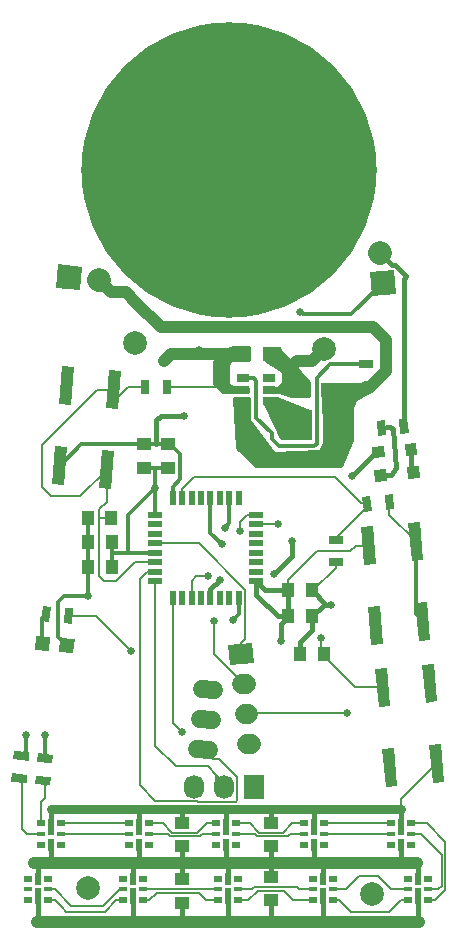
<source format=gtl>
G04 #@! TF.FileFunction,Copper,L1,Top,Signal*
%FSLAX46Y46*%
G04 Gerber Fmt 4.6, Leading zero omitted, Abs format (unit mm)*
G04 Created by KiCad (PCBNEW 4.0.2-stable) date Thursday, February 23, 2017 'PMt' 11:52:06 PM*
%MOMM*%
G01*
G04 APERTURE LIST*
%ADD10C,0.100000*%
%ADD11R,1.250000X1.000000*%
%ADD12C,1.501140*%
%ADD13C,2.000000*%
%ADD14R,1.000000X1.250000*%
%ADD15R,1.500000X1.250000*%
%ADD16C,2.032000*%
%ADD17R,2.500000X2.500000*%
%ADD18C,1.727200*%
%ADD19R,0.700000X1.300000*%
%ADD20R,1.300000X0.700000*%
%ADD21R,1.200000X0.600000*%
%ADD22R,0.600000X1.200000*%
%ADD23R,1.060000X0.650000*%
%ADD24R,1.727200X2.032000*%
%ADD25O,1.727200X2.032000*%
%ADD26C,25.000000*%
%ADD27R,0.800000X0.500000*%
%ADD28R,0.800000X0.300000*%
%ADD29R,0.500000X1.000000*%
%ADD30R,0.500000X1.480000*%
%ADD31C,0.680000*%
%ADD32C,0.793750*%
%ADD33C,0.400000*%
%ADD34C,1.016000*%
%ADD35C,0.152400*%
%ADD36C,0.304800*%
%ADD37C,0.254000*%
G04 APERTURE END LIST*
D10*
D11*
X79850000Y-105200000D03*
X79850000Y-103200000D03*
D12*
X83497211Y-126573835D02*
X82502789Y-126486835D01*
X83275835Y-129104170D02*
X82281413Y-129017170D01*
X83718587Y-124043500D02*
X82724165Y-123956500D01*
D13*
X93004133Y-95187141D03*
X97039880Y-141315937D03*
D14*
X93000000Y-121000000D03*
X91000000Y-121000000D03*
X75000000Y-109500000D03*
X73000000Y-109500000D03*
X75050000Y-113600000D03*
X73050000Y-113600000D03*
D11*
X77750000Y-105200000D03*
X77750000Y-103200000D03*
D14*
X75050000Y-111500000D03*
X73050000Y-111500000D03*
D15*
X93550000Y-98600000D03*
X91050000Y-98600000D03*
X86100000Y-95600000D03*
X88600000Y-95600000D03*
D10*
G36*
X68509849Y-120617071D02*
X68614339Y-119422753D01*
X69808657Y-119527243D01*
X69704167Y-120721561D01*
X68509849Y-120617071D01*
X68509849Y-120617071D01*
G37*
G36*
X70599905Y-120799927D02*
X70704395Y-119605609D01*
X71898713Y-119710099D01*
X71794223Y-120904417D01*
X70599905Y-120799927D01*
X70599905Y-120799927D01*
G37*
G36*
X100844302Y-103100567D02*
X100931458Y-104096761D01*
X99935264Y-104183917D01*
X99848108Y-103187723D01*
X100844302Y-103100567D01*
X100844302Y-103100567D01*
G37*
G36*
X98054956Y-103344603D02*
X98142112Y-104340797D01*
X97145918Y-104427953D01*
X97058762Y-103431759D01*
X98054956Y-103344603D01*
X98054956Y-103344603D01*
G37*
G36*
X97320230Y-106420343D02*
X97233074Y-105424149D01*
X98229268Y-105336993D01*
X98316424Y-106333187D01*
X97320230Y-106420343D01*
X97320230Y-106420343D01*
G37*
G36*
X100109576Y-106176307D02*
X100022420Y-105180113D01*
X101018614Y-105092957D01*
X101105770Y-106089151D01*
X100109576Y-106176307D01*
X100109576Y-106176307D01*
G37*
G36*
X70299316Y-90023584D02*
X70476416Y-87999316D01*
X72500684Y-88176416D01*
X72323584Y-90200684D01*
X70299316Y-90023584D01*
X70299316Y-90023584D01*
G37*
D16*
X73930335Y-89321376D02*
X73930335Y-89321376D01*
D17*
X94200000Y-101600000D03*
X90700000Y-101600000D03*
D10*
G36*
X86936866Y-120051136D02*
X87087402Y-121771764D01*
X85063134Y-121948864D01*
X84912598Y-120228236D01*
X86936866Y-120051136D01*
X86936866Y-120051136D01*
G37*
D18*
X86373196Y-123517052D02*
X86069556Y-123543618D01*
X86594571Y-126047386D02*
X86290931Y-126073952D01*
X86815947Y-128577721D02*
X86512307Y-128604287D01*
D10*
G36*
X97076416Y-90640684D02*
X96899316Y-88616416D01*
X98923584Y-88439316D01*
X99100684Y-90463584D01*
X97076416Y-90640684D01*
X97076416Y-90640684D01*
G37*
D16*
X97778624Y-87009665D02*
X97778624Y-87009665D01*
D10*
G36*
X98838402Y-107439171D02*
X98951704Y-108734224D01*
X98254368Y-108795233D01*
X98141066Y-107500180D01*
X98838402Y-107439171D01*
X98838402Y-107439171D01*
G37*
G36*
X96945632Y-107604767D02*
X97058934Y-108899820D01*
X96361598Y-108960829D01*
X96248296Y-107665776D01*
X96945632Y-107604767D01*
X96945632Y-107604767D01*
G37*
D19*
X77850000Y-98400000D03*
X79750000Y-98400000D03*
D10*
G36*
X69071686Y-118193375D02*
X69184988Y-116898322D01*
X69882324Y-116959331D01*
X69769022Y-118254384D01*
X69071686Y-118193375D01*
X69071686Y-118193375D01*
G37*
G36*
X70964456Y-118358971D02*
X71077758Y-117063918D01*
X71775094Y-117124927D01*
X71661792Y-118419980D01*
X70964456Y-118358971D01*
X70964456Y-118358971D01*
G37*
G36*
X100059201Y-101011042D02*
X100172503Y-102306095D01*
X99475167Y-102367104D01*
X99361865Y-101072051D01*
X100059201Y-101011042D01*
X100059201Y-101011042D01*
G37*
G36*
X98166431Y-101176638D02*
X98279733Y-102471691D01*
X97582397Y-102532700D01*
X97469095Y-101237647D01*
X98166431Y-101176638D01*
X98166431Y-101176638D01*
G37*
D20*
X96600000Y-98350000D03*
X96600000Y-96450000D03*
D21*
X78750000Y-109200000D03*
X78750000Y-110000000D03*
X78750000Y-110800000D03*
X78750000Y-111600000D03*
X78750000Y-112400000D03*
X78750000Y-113200000D03*
X78750000Y-114000000D03*
X78750000Y-114800000D03*
D22*
X80200000Y-116250000D03*
X81000000Y-116250000D03*
X81800000Y-116250000D03*
X82600000Y-116250000D03*
X83400000Y-116250000D03*
X84200000Y-116250000D03*
X85000000Y-116250000D03*
X85800000Y-116250000D03*
D21*
X87250000Y-114800000D03*
X87250000Y-114000000D03*
X87250000Y-113200000D03*
X87250000Y-112400000D03*
X87250000Y-111600000D03*
X87250000Y-110800000D03*
X87250000Y-110000000D03*
X87250000Y-109200000D03*
D22*
X85800000Y-107750000D03*
X85000000Y-107750000D03*
X84200000Y-107750000D03*
X83400000Y-107750000D03*
X82600000Y-107750000D03*
X81800000Y-107750000D03*
X81000000Y-107750000D03*
X80200000Y-107750000D03*
D23*
X88400000Y-99550000D03*
X88400000Y-98600000D03*
X88400000Y-97650000D03*
X86200000Y-97650000D03*
X86200000Y-99550000D03*
X86200000Y-98600000D03*
D24*
X87080000Y-132200000D03*
D25*
X84540000Y-132200000D03*
X82000000Y-132200000D03*
D14*
X90000000Y-115600000D03*
X92000000Y-115600000D03*
X90000000Y-117800000D03*
X92000000Y-117800000D03*
D11*
X81000000Y-140050000D03*
X81000000Y-142050000D03*
X88500000Y-139850000D03*
X88500000Y-141850000D03*
X81000000Y-137250000D03*
X81000000Y-135250000D03*
D20*
X94000000Y-111300000D03*
X94000000Y-113200000D03*
D13*
X73000000Y-140812859D03*
X77035747Y-94684063D03*
D26*
X85000000Y-80000000D03*
D10*
G36*
X69851426Y-132098089D02*
X68556373Y-131984787D01*
X68617382Y-131287451D01*
X69912435Y-131400753D01*
X69851426Y-132098089D01*
X69851426Y-132098089D01*
G37*
G36*
X70017022Y-130205319D02*
X68721969Y-130092017D01*
X68782978Y-129394681D01*
X70078031Y-129507983D01*
X70017022Y-130205319D01*
X70017022Y-130205319D01*
G37*
G36*
X67851426Y-131898089D02*
X66556373Y-131784787D01*
X66617382Y-131087451D01*
X67912435Y-131200753D01*
X67851426Y-131898089D01*
X67851426Y-131898089D01*
G37*
G36*
X68017022Y-130005319D02*
X66721969Y-129892017D01*
X66782978Y-129194681D01*
X68078031Y-129307983D01*
X68017022Y-130005319D01*
X68017022Y-130005319D01*
G37*
G36*
X101939891Y-128675166D02*
X102936086Y-128588011D01*
X103214985Y-131775834D01*
X102218790Y-131862989D01*
X101939891Y-128675166D01*
X101939891Y-128675166D01*
G37*
G36*
X101347232Y-121901043D02*
X102343427Y-121813888D01*
X102622326Y-125001711D01*
X101626131Y-125088866D01*
X101347232Y-121901043D01*
X101347232Y-121901043D01*
G37*
G36*
X97362453Y-122249666D02*
X98358648Y-122162511D01*
X98637547Y-125350334D01*
X97641352Y-125437489D01*
X97362453Y-122249666D01*
X97362453Y-122249666D01*
G37*
G36*
X97955112Y-129023789D02*
X98951307Y-128936634D01*
X99230206Y-132124457D01*
X98234011Y-132211612D01*
X97955112Y-129023789D01*
X97955112Y-129023789D01*
G37*
G36*
X97437547Y-113350334D02*
X96441352Y-113437489D01*
X96162453Y-110249666D01*
X97158648Y-110162511D01*
X97437547Y-113350334D01*
X97437547Y-113350334D01*
G37*
G36*
X98030206Y-120124457D02*
X97034011Y-120211612D01*
X96755112Y-117023789D01*
X97751307Y-116936634D01*
X98030206Y-120124457D01*
X98030206Y-120124457D01*
G37*
G36*
X102014985Y-119775834D02*
X101018790Y-119862989D01*
X100739891Y-116675166D01*
X101736086Y-116588011D01*
X102014985Y-119775834D01*
X102014985Y-119775834D01*
G37*
G36*
X101422326Y-113001711D02*
X100426131Y-113088866D01*
X100147232Y-109901043D01*
X101143427Y-109813888D01*
X101422326Y-113001711D01*
X101422326Y-113001711D01*
G37*
G36*
X74248693Y-103736634D02*
X75244888Y-103823789D01*
X74965989Y-107011612D01*
X73969794Y-106924457D01*
X74248693Y-103736634D01*
X74248693Y-103736634D01*
G37*
G36*
X74841352Y-96962511D02*
X75837547Y-97049666D01*
X75558648Y-100237489D01*
X74562453Y-100150334D01*
X74841352Y-96962511D01*
X74841352Y-96962511D01*
G37*
G36*
X70856573Y-96613888D02*
X71852768Y-96701043D01*
X71573869Y-99888866D01*
X70577674Y-99801711D01*
X70856573Y-96613888D01*
X70856573Y-96613888D01*
G37*
G36*
X70263914Y-103388011D02*
X71260109Y-103475166D01*
X70981210Y-106662989D01*
X69985015Y-106575834D01*
X70263914Y-103388011D01*
X70263914Y-103388011D01*
G37*
D27*
X83901110Y-137130000D03*
D28*
X83901110Y-136230000D03*
X85601110Y-136230000D03*
D27*
X83901110Y-135330000D03*
X85601110Y-135330000D03*
X85601110Y-137130000D03*
D29*
X84751110Y-137130000D03*
D30*
X84751110Y-135640000D03*
D27*
X69650000Y-140000000D03*
D28*
X69650000Y-140900000D03*
X67950000Y-140900000D03*
D27*
X69650000Y-141800000D03*
X67950000Y-141800000D03*
X67950000Y-140000000D03*
D29*
X68800000Y-140000000D03*
D30*
X68800000Y-141490000D03*
D27*
X98712220Y-137130000D03*
D28*
X98712220Y-136230000D03*
X100412220Y-136230000D03*
D27*
X98712220Y-135330000D03*
X100412220Y-135330000D03*
X100412220Y-137130000D03*
D29*
X99562220Y-137130000D03*
D30*
X99562220Y-135640000D03*
D27*
X77687500Y-140000000D03*
D28*
X77687500Y-140900000D03*
X75987500Y-140900000D03*
D27*
X77687500Y-141800000D03*
X75987500Y-141800000D03*
X75987500Y-140000000D03*
D29*
X76837500Y-140000000D03*
D30*
X76837500Y-141490000D03*
D27*
X91306665Y-137130000D03*
D28*
X91306665Y-136230000D03*
X93006665Y-136230000D03*
D27*
X91306665Y-135330000D03*
X93006665Y-135330000D03*
X93006665Y-137130000D03*
D29*
X92156665Y-137130000D03*
D30*
X92156665Y-135640000D03*
D27*
X85725000Y-140000000D03*
D28*
X85725000Y-140900000D03*
X84025000Y-140900000D03*
D27*
X85725000Y-141800000D03*
X84025000Y-141800000D03*
X84025000Y-140000000D03*
D29*
X84875000Y-140000000D03*
D30*
X84875000Y-141490000D03*
D27*
X93762500Y-140000000D03*
D28*
X93762500Y-140900000D03*
X92062500Y-140900000D03*
D27*
X93762500Y-141800000D03*
X92062500Y-141800000D03*
X92062500Y-140000000D03*
D29*
X92912500Y-140000000D03*
D30*
X92912500Y-141490000D03*
D27*
X76495555Y-137130000D03*
D28*
X76495555Y-136230000D03*
X78195555Y-136230000D03*
D27*
X76495555Y-135330000D03*
X78195555Y-135330000D03*
X78195555Y-137130000D03*
D29*
X77345555Y-137130000D03*
D30*
X77345555Y-135640000D03*
D27*
X101800000Y-140000000D03*
D28*
X101800000Y-140900000D03*
X100100000Y-140900000D03*
D27*
X101800000Y-141800000D03*
X100100000Y-141800000D03*
X100100000Y-140000000D03*
D29*
X100950000Y-140000000D03*
D30*
X100950000Y-141490000D03*
D27*
X69090000Y-137130000D03*
D28*
X69090000Y-136230000D03*
X70790000Y-136230000D03*
D27*
X69090000Y-135330000D03*
X70790000Y-135330000D03*
X70790000Y-137130000D03*
D29*
X69940000Y-137130000D03*
D30*
X69940000Y-135640000D03*
D11*
X88500000Y-137250000D03*
X88500000Y-135250000D03*
D31*
X98800000Y-143700000D03*
X93900000Y-134100000D03*
X73000000Y-116100000D03*
X85300000Y-118100000D03*
X81200000Y-100800000D03*
X93600000Y-116800000D03*
X92800000Y-119600000D03*
X89400000Y-119900000D03*
X78750000Y-106900000D03*
X79500000Y-96200000D03*
X80400000Y-138700000D03*
X82400000Y-95200000D03*
X91000000Y-92000000D03*
X84200000Y-114700000D03*
X88800000Y-114200000D03*
X90300000Y-111400000D03*
X95400000Y-105900000D03*
X85900000Y-110600000D03*
X83700000Y-118200000D03*
X95000000Y-126000000D03*
X89100000Y-110000000D03*
X83200000Y-114400000D03*
X76700000Y-120700000D03*
X69400000Y-127800000D03*
X84400000Y-111700000D03*
X67800000Y-127800000D03*
X84600000Y-110300000D03*
X81000000Y-127600000D03*
D32*
X92200000Y-134100000D02*
X88500000Y-134100000D01*
X88500000Y-134100000D02*
X84700000Y-134100000D01*
D33*
X88500000Y-135250000D02*
X88500000Y-134100000D01*
D34*
X84800000Y-143700000D02*
X81000000Y-143700000D01*
X81000000Y-143700000D02*
X76800000Y-143700000D01*
D33*
X81000000Y-142050000D02*
X81000000Y-142950000D01*
X81000000Y-142950000D02*
X81000000Y-143700000D01*
D34*
X92900000Y-143700000D02*
X88400000Y-143700000D01*
X88400000Y-143700000D02*
X84800000Y-143700000D01*
D33*
X88500000Y-141850000D02*
X88500000Y-143600000D01*
X88500000Y-143600000D02*
X88400000Y-143700000D01*
D32*
X84700000Y-134100000D02*
X81050000Y-134100000D01*
X81050000Y-134100000D02*
X77400000Y-134100000D01*
D33*
X81000000Y-135250000D02*
X81000000Y-134150000D01*
X81000000Y-134150000D02*
X81050000Y-134100000D01*
X101100000Y-143700000D02*
X100950000Y-143550000D01*
X100950000Y-143550000D02*
X100950000Y-141490000D01*
D34*
X99280832Y-143700000D02*
X101100000Y-143700000D01*
X98800000Y-143700000D02*
X99280832Y-143700000D01*
X76800000Y-143700000D02*
X68700000Y-143700000D01*
D33*
X76800000Y-143700000D02*
X76837500Y-143662500D01*
X76837500Y-143662500D02*
X76837500Y-141490000D01*
X84800000Y-143700000D02*
X84875000Y-143625000D01*
X84875000Y-143625000D02*
X84875000Y-141490000D01*
D34*
X98800000Y-143700000D02*
X92900000Y-143700000D01*
D33*
X92912500Y-141490000D02*
X92912500Y-142630000D01*
X92912500Y-142630000D02*
X92900000Y-142642500D01*
X92900000Y-142642500D02*
X92900000Y-143700000D01*
X68700000Y-143700000D02*
X68800000Y-143600000D01*
X68800000Y-143600000D02*
X68800000Y-141490000D01*
D32*
X99562220Y-134100000D02*
X93900000Y-134100000D01*
X93900000Y-134100000D02*
X92200000Y-134100000D01*
D33*
X99562220Y-134100000D02*
X99562220Y-135640000D01*
X92156665Y-134143335D02*
X92156665Y-135640000D01*
X92200000Y-134100000D02*
X92156665Y-134143335D01*
X84700000Y-134100000D02*
X84751110Y-134151110D01*
X84751110Y-134151110D02*
X84751110Y-135640000D01*
D32*
X77400000Y-134100000D02*
X69900000Y-134100000D01*
D33*
X77400000Y-134100000D02*
X77345555Y-134154445D01*
X77345555Y-134154445D02*
X77345555Y-135640000D01*
X69900000Y-134100000D02*
X69940000Y-134140000D01*
X69940000Y-134140000D02*
X69940000Y-135640000D01*
D35*
X99562220Y-133240718D02*
X99562220Y-134100000D01*
X102577438Y-130225500D02*
X99562220Y-133240718D01*
D36*
X85300000Y-118100000D02*
X85800000Y-117600000D01*
X85800000Y-117600000D02*
X85800000Y-116250000D01*
X73000000Y-109500000D02*
X73000000Y-111450000D01*
X73000000Y-111450000D02*
X73050000Y-111500000D01*
D33*
X100000000Y-89017348D02*
X99767184Y-89250164D01*
X99767184Y-89250164D02*
X99767184Y-101689073D01*
X97778624Y-87009665D02*
X98794623Y-88025664D01*
X99008316Y-88025664D02*
X100000000Y-89017348D01*
X98794623Y-88025664D02*
X99008316Y-88025664D01*
D36*
X70500000Y-116600000D02*
X71000000Y-116100000D01*
X71000000Y-116100000D02*
X73000000Y-116100000D01*
X70500000Y-119505704D02*
X70500000Y-116600000D01*
X71249309Y-120255013D02*
X70500000Y-119505704D01*
X73050000Y-113600000D02*
X73050000Y-111500000D01*
X73000000Y-116100000D02*
X73000000Y-113650000D01*
X73000000Y-113650000D02*
X73050000Y-113600000D01*
D35*
X94000000Y-113200000D02*
X94000000Y-113702400D01*
X94000000Y-113702400D02*
X92102400Y-115600000D01*
X92102400Y-115600000D02*
X92000000Y-115600000D01*
D36*
X72448062Y-103200000D02*
X77750000Y-103200000D01*
X72448062Y-103200000D02*
X70622562Y-105025500D01*
X77750000Y-103200000D02*
X78800000Y-103200000D01*
X78800000Y-103200000D02*
X79850000Y-103200000D01*
D33*
X81200000Y-100800000D02*
X79200000Y-100800000D01*
X79200000Y-100800000D02*
X78800000Y-101200000D01*
X78800000Y-101200000D02*
X78800000Y-103200000D01*
D36*
X80845200Y-106200000D02*
X80845200Y-104070200D01*
X80845200Y-104070200D02*
X79975000Y-103200000D01*
X79975000Y-103200000D02*
X79850000Y-103200000D01*
X80200000Y-107750000D02*
X80200000Y-106845200D01*
X80200000Y-106845200D02*
X80845200Y-106200000D01*
D33*
X91000000Y-121000000D02*
X91000000Y-119975000D01*
X91000000Y-119975000D02*
X92000000Y-118975000D01*
X92000000Y-118975000D02*
X92000000Y-117800000D01*
X93600000Y-116800000D02*
X93200000Y-116800000D01*
X93200000Y-116800000D02*
X92000000Y-115600000D01*
X93600000Y-116800000D02*
X93000000Y-116800000D01*
X93000000Y-116800000D02*
X92000000Y-117800000D01*
D34*
X90200000Y-96700000D02*
X90164599Y-96664599D01*
X90164599Y-96664599D02*
X89664599Y-96664599D01*
X89664599Y-96664599D02*
X88600000Y-95600000D01*
X90712860Y-96187140D02*
X90200000Y-96700000D01*
X93004133Y-95187141D02*
X92004134Y-96187140D01*
X92004134Y-96187140D02*
X90712860Y-96187140D01*
D35*
X98000000Y-123800000D02*
X95675000Y-123800000D01*
X95675000Y-123800000D02*
X93000000Y-121125000D01*
X93000000Y-121125000D02*
X93000000Y-121000000D01*
X92800000Y-119600000D02*
X92800000Y-120800000D01*
X92800000Y-120800000D02*
X93000000Y-121000000D01*
X82400000Y-111600000D02*
X86328601Y-115528601D01*
X86328601Y-115528601D02*
X86328601Y-119704500D01*
X86328601Y-119704500D02*
X86000000Y-120033101D01*
X86000000Y-120033101D02*
X86000000Y-121000000D01*
X78750000Y-111600000D02*
X82400000Y-111600000D01*
X98015221Y-123787250D02*
X95662250Y-123787250D01*
X95662250Y-123787250D02*
X93000000Y-121125000D01*
X69900000Y-107600000D02*
X72381464Y-107600000D01*
X72381464Y-107600000D02*
X74607341Y-105374123D01*
X69100000Y-106800000D02*
X69900000Y-107600000D01*
X69100000Y-103300000D02*
X69100000Y-106800000D01*
X73800000Y-98600000D02*
X69100000Y-103300000D01*
X75200000Y-98600000D02*
X73800000Y-98600000D01*
X74000000Y-108687575D02*
X74000000Y-109500000D01*
X74000000Y-109500000D02*
X74000000Y-110000000D01*
X75000000Y-109500000D02*
X74347600Y-109500000D01*
X74347600Y-109500000D02*
X74000000Y-109500000D01*
X74000000Y-110000000D02*
X74000000Y-114400000D01*
X75200000Y-99600000D02*
X75600000Y-99200000D01*
X76400000Y-98400000D02*
X75600000Y-99200000D01*
X77850000Y-98400000D02*
X76400000Y-98400000D01*
X74607341Y-106374123D02*
X74607341Y-108080234D01*
X74607341Y-108080234D02*
X74000000Y-108687575D01*
X74400000Y-114800000D02*
X75386482Y-114800000D01*
X75386482Y-114800000D02*
X76986482Y-113200000D01*
X74000000Y-114400000D02*
X74400000Y-114800000D01*
X76986482Y-113200000D02*
X78750000Y-113200000D01*
D36*
X76400000Y-112400000D02*
X78750000Y-112400000D01*
X75250000Y-112400000D02*
X76400000Y-112400000D01*
X76400000Y-112400000D02*
X76400000Y-109250000D01*
X76400000Y-109250000D02*
X78750000Y-106900000D01*
X78750000Y-109200000D02*
X78750000Y-106900000D01*
D33*
X88500000Y-137250000D02*
X88500000Y-138600000D01*
X88500000Y-138600000D02*
X88400000Y-138700000D01*
D34*
X68500000Y-138700000D02*
X88400000Y-138700000D01*
X88400000Y-138700000D02*
X100900000Y-138700000D01*
D33*
X88500000Y-139850000D02*
X88500000Y-138800000D01*
X88500000Y-138800000D02*
X88400000Y-138700000D01*
X81000000Y-140050000D02*
X81000000Y-138750000D01*
X81000000Y-138750000D02*
X80950000Y-138700000D01*
D32*
X80400000Y-138700000D02*
X80950000Y-138700000D01*
D33*
X81000000Y-137250000D02*
X81000000Y-138650000D01*
D32*
X80950000Y-138700000D02*
X85000000Y-138700000D01*
D33*
X81000000Y-138650000D02*
X80950000Y-138700000D01*
X68800000Y-140000000D02*
X68800000Y-139000000D01*
X68800000Y-139000000D02*
X68500000Y-138700000D01*
D34*
X77300000Y-138700000D02*
X69900000Y-138700000D01*
X69900000Y-138700000D02*
X68500000Y-138700000D01*
D33*
X69940000Y-137130000D02*
X69940000Y-138660000D01*
X69940000Y-138660000D02*
X69900000Y-138700000D01*
X76837500Y-140000000D02*
X76837500Y-139100000D01*
X76837500Y-139100000D02*
X77237500Y-138700000D01*
X77237500Y-138700000D02*
X77300000Y-138700000D01*
D34*
X78101902Y-138700000D02*
X77300000Y-138700000D01*
D33*
X77345555Y-137130000D02*
X77345555Y-138654445D01*
X77345555Y-138654445D02*
X77300000Y-138700000D01*
X84875000Y-140000000D02*
X84875000Y-138825000D01*
X84875000Y-138825000D02*
X85000000Y-138700000D01*
D32*
X92200000Y-138700000D02*
X92800000Y-138700000D01*
X92800000Y-138700000D02*
X99500000Y-138700000D01*
D33*
X92912500Y-140000000D02*
X92912500Y-138812500D01*
X92912500Y-138812500D02*
X92800000Y-138700000D01*
X100950000Y-140000000D02*
X100950000Y-138750000D01*
X100950000Y-138750000D02*
X100900000Y-138700000D01*
D32*
X99500000Y-138700000D02*
X100900000Y-138700000D01*
D33*
X99562220Y-137130000D02*
X99562220Y-138637780D01*
X99562220Y-138637780D02*
X99500000Y-138700000D01*
D32*
X85000000Y-138700000D02*
X92200000Y-138700000D01*
D33*
X92156665Y-137130000D02*
X92156665Y-138656665D01*
X92156665Y-138656665D02*
X92200000Y-138700000D01*
X84751110Y-137130000D02*
X84751110Y-138451110D01*
X84751110Y-138451110D02*
X85000000Y-138700000D01*
D32*
X78101902Y-138700000D02*
X80400000Y-138700000D01*
D33*
X90000000Y-117800000D02*
X90000000Y-115600000D01*
X89400000Y-119900000D02*
X89400000Y-118400000D01*
X89400000Y-118400000D02*
X90000000Y-117800000D01*
D36*
X78750000Y-105250000D02*
X78750000Y-106900000D01*
D34*
X86100000Y-95600000D02*
X80100000Y-95600000D01*
X80100000Y-95600000D02*
X79500000Y-96200000D01*
D35*
X90000000Y-115600000D02*
X90000000Y-114700000D01*
X90000000Y-114700000D02*
X92400000Y-112300000D01*
X95200000Y-112300000D02*
X95700000Y-111800000D01*
X92400000Y-112300000D02*
X95200000Y-112300000D01*
X95700000Y-111800000D02*
X96800000Y-111800000D01*
D36*
X82400000Y-95200000D02*
X82800000Y-95600000D01*
X82800000Y-95600000D02*
X86100000Y-95600000D01*
X95340000Y-92200000D02*
X91200000Y-92200000D01*
X91200000Y-92200000D02*
X91000000Y-92000000D01*
X98000000Y-89540000D02*
X95340000Y-92200000D01*
D35*
X79750000Y-98400000D02*
X86000000Y-98400000D01*
X86000000Y-98400000D02*
X86200000Y-98600000D01*
D36*
X78800000Y-105200000D02*
X79850000Y-105200000D01*
X77750000Y-105200000D02*
X78800000Y-105200000D01*
X78800000Y-105200000D02*
X78750000Y-105250000D01*
X75050000Y-112600000D02*
X75050000Y-113600000D01*
X75050000Y-111500000D02*
X75050000Y-112600000D01*
X75050000Y-112600000D02*
X75250000Y-112400000D01*
D33*
X90000000Y-117800000D02*
X89100000Y-117800000D01*
X89100000Y-117800000D02*
X87250000Y-115950000D01*
X87250000Y-115950000D02*
X87250000Y-114800000D01*
X90000000Y-115600000D02*
X88050000Y-115600000D01*
X88050000Y-115600000D02*
X87250000Y-114800000D01*
D34*
X73930335Y-89321376D02*
X74946334Y-90337375D01*
X74946334Y-90337375D02*
X76237375Y-90337375D01*
X76237375Y-90337375D02*
X77137375Y-91237375D01*
X79200000Y-93300000D02*
X97200000Y-93300000D01*
X98266000Y-96984000D02*
X96900000Y-98350000D01*
X97200000Y-93300000D02*
X98266000Y-94366000D01*
X98266000Y-94366000D02*
X98266000Y-96984000D01*
X96900000Y-98350000D02*
X96600000Y-98350000D01*
X77137375Y-91237375D02*
X79200000Y-93300000D01*
D36*
X69159253Y-120072157D02*
X69159253Y-117894105D01*
X69159253Y-117894105D02*
X69477005Y-117576353D01*
D33*
X100389783Y-103642242D02*
X100389783Y-105460320D01*
X100389783Y-105460320D02*
X100564095Y-105634632D01*
X84200000Y-114700000D02*
X83400000Y-115500000D01*
X83400000Y-115500000D02*
X83400000Y-116250000D01*
X90300000Y-111400000D02*
X90300000Y-112700000D01*
X90300000Y-112700000D02*
X88800000Y-114200000D01*
X97600437Y-103886278D02*
X97413722Y-103886278D01*
X97413722Y-103886278D02*
X95400000Y-105900000D01*
X98838230Y-101971110D02*
X99125844Y-105258552D01*
X99125844Y-105258552D02*
X98671324Y-105800228D01*
X97874414Y-101854669D02*
X98621560Y-101789302D01*
X98621560Y-101789302D02*
X98838230Y-101971110D01*
X97774749Y-105878668D02*
X98671324Y-105800228D01*
D35*
X85900000Y-110600000D02*
X85900000Y-109797600D01*
X85900000Y-109797600D02*
X86497600Y-109200000D01*
X86497600Y-109200000D02*
X87250000Y-109200000D01*
X86221376Y-123530335D02*
X83700000Y-121008959D01*
X83700000Y-121008959D02*
X83700000Y-118200000D01*
X95000000Y-126000000D02*
X86503420Y-126000000D01*
X86503420Y-126000000D02*
X86442751Y-126060669D01*
X87250000Y-110000000D02*
X89100000Y-110000000D01*
X82200000Y-114400000D02*
X81800000Y-114800000D01*
X81800000Y-114800000D02*
X81800000Y-116250000D01*
X83200000Y-114400000D02*
X82200000Y-114400000D01*
X71369775Y-117741949D02*
X73741949Y-117741949D01*
X73741949Y-117741949D02*
X76700000Y-120700000D01*
X69427071Y-133172929D02*
X69090000Y-133510000D01*
X69090000Y-133510000D02*
X69090000Y-135330000D01*
X69427071Y-131866698D02*
X69427071Y-133172929D01*
D33*
X69427071Y-131866698D02*
X69128213Y-131840552D01*
D36*
X69400000Y-127800000D02*
X69400000Y-129800000D01*
X83400000Y-107750000D02*
X83400000Y-110700000D01*
X83400000Y-110700000D02*
X84400000Y-111700000D01*
D35*
X67434682Y-135834682D02*
X67830000Y-136230000D01*
X67830000Y-136230000D02*
X69090000Y-136230000D01*
X67434682Y-131692387D02*
X67434682Y-135834682D01*
D36*
X67800000Y-127800000D02*
X67800000Y-129200000D01*
X67800000Y-129200000D02*
X67400000Y-129600000D01*
X85000000Y-107750000D02*
X85000000Y-109900000D01*
X85000000Y-109900000D02*
X84600000Y-110300000D01*
X86200000Y-97650000D02*
X87050000Y-97650000D01*
X88600000Y-102300000D02*
X88600000Y-102800000D01*
X89200000Y-103400000D02*
X92200000Y-103400000D01*
X87050000Y-97650000D02*
X87300000Y-97900000D01*
X88600000Y-102800000D02*
X89200000Y-103400000D01*
X87300000Y-97900000D02*
X87300000Y-101000000D01*
X87300000Y-101000000D02*
X88600000Y-102300000D01*
X92200000Y-103400000D02*
X92400000Y-103200000D01*
X92400000Y-103200000D02*
X92400000Y-97600000D01*
X92400000Y-97600000D02*
X93550000Y-96450000D01*
X93550000Y-96450000D02*
X96600000Y-96450000D01*
D35*
X82778624Y-129060670D02*
X83597275Y-129879321D01*
X85525485Y-133474515D02*
X82374515Y-133474515D01*
X83597275Y-129879321D02*
X84116339Y-129879321D01*
X85632210Y-133367790D02*
X85525485Y-133474515D01*
X82344610Y-133444610D02*
X78744610Y-133444610D01*
X84116339Y-129879321D02*
X85632210Y-131395192D01*
X85632210Y-131395192D02*
X85632210Y-133367790D01*
X78744610Y-133444610D02*
X77400000Y-132100000D01*
X82374515Y-133474515D02*
X82344610Y-133444610D01*
X77400000Y-132100000D02*
X77400000Y-114597600D01*
X77400000Y-114597600D02*
X77997600Y-114000000D01*
X77997600Y-114000000D02*
X78750000Y-114000000D01*
X76495555Y-136230000D02*
X70790000Y-136230000D01*
X70790000Y-135330000D02*
X76495555Y-135330000D01*
X102969382Y-140630618D02*
X102700000Y-140900000D01*
X102700000Y-140900000D02*
X101800000Y-140900000D01*
X102969382Y-138000000D02*
X102969382Y-140630618D01*
X100412220Y-136230000D02*
X101199382Y-136230000D01*
X101199382Y-136230000D02*
X102969382Y-138000000D01*
X96000000Y-139800000D02*
X94900000Y-140900000D01*
X94900000Y-140900000D02*
X93762500Y-140900000D01*
X97600000Y-139800000D02*
X96000000Y-139800000D01*
X98700000Y-140900000D02*
X97600000Y-139800000D01*
X100100000Y-140900000D02*
X98700000Y-140900000D01*
X103274192Y-136874192D02*
X101730000Y-135330000D01*
X101730000Y-135330000D02*
X100412220Y-135330000D01*
X102400000Y-141800000D02*
X103274192Y-140925808D01*
X103274192Y-140925808D02*
X103274192Y-136874192D01*
X101800000Y-141800000D02*
X102400000Y-141800000D01*
X98547600Y-142800000D02*
X95314900Y-142800000D01*
X95314900Y-142800000D02*
X94314900Y-141800000D01*
X94314900Y-141800000D02*
X93762500Y-141800000D01*
X100100000Y-141800000D02*
X99547600Y-141800000D01*
X99547600Y-141800000D02*
X98547600Y-142800000D01*
X83901110Y-136230000D02*
X82650000Y-136230000D01*
X80000000Y-136400000D02*
X82480000Y-136400000D01*
X82480000Y-136400000D02*
X82650000Y-136230000D01*
X79830000Y-136230000D02*
X80000000Y-136400000D01*
X78195555Y-136230000D02*
X79830000Y-136230000D01*
X83000000Y-135330000D02*
X83901110Y-135330000D01*
X82254810Y-136095190D02*
X83000000Y-135350000D01*
X83000000Y-135350000D02*
X83000000Y-135330000D01*
X80145190Y-136095190D02*
X82254810Y-136095190D01*
X78195555Y-135330000D02*
X79380000Y-135330000D01*
X79380000Y-135330000D02*
X80145190Y-136095190D01*
X92062500Y-140900000D02*
X90900000Y-140900000D01*
X87100000Y-140700000D02*
X90700000Y-140700000D01*
X90700000Y-140700000D02*
X90900000Y-140900000D01*
X86900000Y-140900000D02*
X87100000Y-140700000D01*
X85725000Y-140900000D02*
X86900000Y-140900000D01*
X90500000Y-141800000D02*
X92062500Y-141800000D01*
X89604810Y-141004810D02*
X90400000Y-141800000D01*
X90400000Y-141800000D02*
X90500000Y-141800000D01*
X87395190Y-141004810D02*
X89604810Y-141004810D01*
X85725000Y-141800000D02*
X86600000Y-141800000D01*
X86600000Y-141800000D02*
X87395190Y-141004810D01*
X87400000Y-136400000D02*
X87384467Y-136415533D01*
X87384467Y-136415533D02*
X89930000Y-136400000D01*
X85601110Y-136230000D02*
X87198934Y-136230000D01*
X87198934Y-136230000D02*
X87384467Y-136415533D01*
X90100000Y-136230000D02*
X91306665Y-136230000D01*
X89930000Y-136400000D02*
X90100000Y-136230000D01*
X85601110Y-135330000D02*
X86730000Y-135330000D01*
X86730000Y-135330000D02*
X87495191Y-136095191D01*
X87495191Y-136095191D02*
X89504809Y-136095191D01*
X89504809Y-136095191D02*
X90270000Y-135330000D01*
X90270000Y-135330000D02*
X90550000Y-135330000D01*
X90550000Y-135330000D02*
X91306665Y-135330000D01*
X77687500Y-140900000D02*
X84025000Y-140900000D01*
X84025000Y-141800000D02*
X83000000Y-141800000D01*
X78835090Y-141204810D02*
X82404810Y-141204810D01*
X82404810Y-141204810D02*
X83000000Y-141800000D01*
X77687500Y-141800000D02*
X78239900Y-141800000D01*
X78239900Y-141800000D02*
X78835090Y-141204810D01*
X93006665Y-136230000D02*
X98712220Y-136230000D01*
X93006665Y-135330000D02*
X98712220Y-135330000D01*
X75737500Y-140900000D02*
X74337500Y-142300000D01*
X74337500Y-142300000D02*
X71602400Y-142300000D01*
X71602400Y-142300000D02*
X70202400Y-140900000D01*
X70202400Y-140900000D02*
X69650000Y-140900000D01*
X74637500Y-142000000D02*
X75737500Y-140900000D01*
X75737500Y-140900000D02*
X75987500Y-140900000D01*
X69650000Y-141800000D02*
X70202400Y-141800000D01*
X70802400Y-142400000D02*
X70802400Y-142402400D01*
X70202400Y-141800000D02*
X70802400Y-142400000D01*
X70802400Y-142402400D02*
X71200000Y-142800000D01*
X71200000Y-142800000D02*
X74435100Y-142800000D01*
X74435100Y-142800000D02*
X75435100Y-141800000D01*
X75435100Y-141800000D02*
X75987500Y-141800000D01*
D36*
X100784779Y-111451377D02*
X100784779Y-117632841D01*
X100784779Y-117632841D02*
X101377438Y-118225500D01*
D35*
X98550000Y-108200000D02*
X98550000Y-109216598D01*
X98550000Y-109216598D02*
X100784779Y-111451377D01*
X83900000Y-131207600D02*
X84540000Y-131847600D01*
X83192400Y-130500000D02*
X83900000Y-131207600D01*
X83900000Y-131207600D02*
X83900000Y-131560000D01*
X83900000Y-131560000D02*
X84540000Y-132200000D01*
X78750000Y-114800000D02*
X78750000Y-128750000D01*
X78750000Y-128750000D02*
X80500000Y-130500000D01*
X80500000Y-130500000D02*
X83192400Y-130500000D01*
X84540000Y-131847600D02*
X84540000Y-132000000D01*
X80200000Y-118100000D02*
X80200000Y-126800000D01*
X80200000Y-126800000D02*
X81000000Y-127600000D01*
X80200000Y-116250000D02*
X80200000Y-118100000D01*
X96650000Y-108200000D02*
X96147600Y-108200000D01*
X96147600Y-108200000D02*
X93947600Y-106000000D01*
X93947600Y-106000000D02*
X81997600Y-106000000D01*
X81997600Y-106000000D02*
X81000000Y-106997600D01*
X81000000Y-106997600D02*
X81000000Y-107750000D01*
X96650000Y-108200000D02*
X96650000Y-108500000D01*
X96650000Y-108500000D02*
X94000000Y-111150000D01*
X94000000Y-111150000D02*
X94000000Y-111300000D01*
D37*
G36*
X97173000Y-98623800D02*
X95740235Y-99387941D01*
X95701347Y-99420022D01*
X95683269Y-99449972D01*
X95383269Y-100149972D01*
X95373000Y-100200000D01*
X95373000Y-102824101D01*
X94416022Y-105073000D01*
X87250365Y-105073000D01*
X85624531Y-103542804D01*
X85432904Y-99327000D01*
X86673000Y-99327000D01*
X86673000Y-101100000D01*
X86683006Y-101149410D01*
X86697948Y-101175594D01*
X88697948Y-103875594D01*
X88735399Y-103909342D01*
X88803341Y-103926956D01*
X92603341Y-103826956D01*
X92652471Y-103815654D01*
X92693333Y-103786128D01*
X92713592Y-103756796D01*
X93013592Y-103156796D01*
X93026976Y-103097510D01*
X92929515Y-98127000D01*
X97173000Y-98127000D01*
X97173000Y-98623800D01*
X97173000Y-98623800D01*
G37*
X97173000Y-98623800D02*
X95740235Y-99387941D01*
X95701347Y-99420022D01*
X95683269Y-99449972D01*
X95383269Y-100149972D01*
X95373000Y-100200000D01*
X95373000Y-102824101D01*
X94416022Y-105073000D01*
X87250365Y-105073000D01*
X85624531Y-103542804D01*
X85432904Y-99327000D01*
X86673000Y-99327000D01*
X86673000Y-101100000D01*
X86683006Y-101149410D01*
X86697948Y-101175594D01*
X88697948Y-103875594D01*
X88735399Y-103909342D01*
X88803341Y-103926956D01*
X92603341Y-103826956D01*
X92652471Y-103815654D01*
X92693333Y-103786128D01*
X92713592Y-103756796D01*
X93013592Y-103156796D01*
X93026976Y-103097510D01*
X92929515Y-98127000D01*
X97173000Y-98127000D01*
X97173000Y-98623800D01*
G36*
X91773000Y-97948595D02*
X91773000Y-99173000D01*
X90224459Y-99173000D01*
X89247167Y-98782083D01*
X89209740Y-98773374D01*
X88027000Y-98682394D01*
X88027000Y-98427000D01*
X89100000Y-98427000D01*
X89149410Y-98416994D01*
X89189803Y-98389803D01*
X89489803Y-98089803D01*
X89517666Y-98047789D01*
X89527000Y-98000000D01*
X89527000Y-97100000D01*
X89516994Y-97050590D01*
X89488553Y-97008965D01*
X89465341Y-96991098D01*
X88027000Y-96128093D01*
X88027000Y-95127000D01*
X89243294Y-95127000D01*
X91773000Y-97948595D01*
X91773000Y-97948595D01*
G37*
X91773000Y-97948595D02*
X91773000Y-99173000D01*
X90224459Y-99173000D01*
X89247167Y-98782083D01*
X89209740Y-98773374D01*
X88027000Y-98682394D01*
X88027000Y-98427000D01*
X89100000Y-98427000D01*
X89149410Y-98416994D01*
X89189803Y-98389803D01*
X89489803Y-98089803D01*
X89517666Y-98047789D01*
X89527000Y-98000000D01*
X89527000Y-97100000D01*
X89516994Y-97050590D01*
X89488553Y-97008965D01*
X89465341Y-96991098D01*
X88027000Y-96128093D01*
X88027000Y-95127000D01*
X89243294Y-95127000D01*
X91773000Y-97948595D01*
G36*
X91773000Y-100386556D02*
X91773000Y-102673000D01*
X89380881Y-102673000D01*
X88027000Y-99771826D01*
X88027000Y-99327000D01*
X89075949Y-99327000D01*
X91773000Y-100386556D01*
X91773000Y-100386556D01*
G37*
X91773000Y-100386556D02*
X91773000Y-102673000D01*
X89380881Y-102673000D01*
X88027000Y-99771826D01*
X88027000Y-99327000D01*
X89075949Y-99327000D01*
X91773000Y-100386556D01*
G36*
X86673000Y-96073000D02*
X85200000Y-96073000D01*
X85150590Y-96083006D01*
X85108965Y-96111447D01*
X85086408Y-96143204D01*
X84886408Y-96543204D01*
X84873000Y-96600000D01*
X84873000Y-98000000D01*
X84883006Y-98049410D01*
X84910197Y-98089803D01*
X85110197Y-98289803D01*
X85175093Y-98324534D01*
X85675093Y-98424534D01*
X85700000Y-98427000D01*
X86573000Y-98427000D01*
X86573000Y-98773000D01*
X84447718Y-98773000D01*
X83727000Y-98142372D01*
X83727000Y-96245335D01*
X84571638Y-95212999D01*
X85315634Y-95027000D01*
X86673000Y-95027000D01*
X86673000Y-96073000D01*
X86673000Y-96073000D01*
G37*
X86673000Y-96073000D02*
X85200000Y-96073000D01*
X85150590Y-96083006D01*
X85108965Y-96111447D01*
X85086408Y-96143204D01*
X84886408Y-96543204D01*
X84873000Y-96600000D01*
X84873000Y-98000000D01*
X84883006Y-98049410D01*
X84910197Y-98089803D01*
X85110197Y-98289803D01*
X85175093Y-98324534D01*
X85675093Y-98424534D01*
X85700000Y-98427000D01*
X86573000Y-98427000D01*
X86573000Y-98773000D01*
X84447718Y-98773000D01*
X83727000Y-98142372D01*
X83727000Y-96245335D01*
X84571638Y-95212999D01*
X85315634Y-95027000D01*
X86673000Y-95027000D01*
X86673000Y-96073000D01*
M02*

</source>
